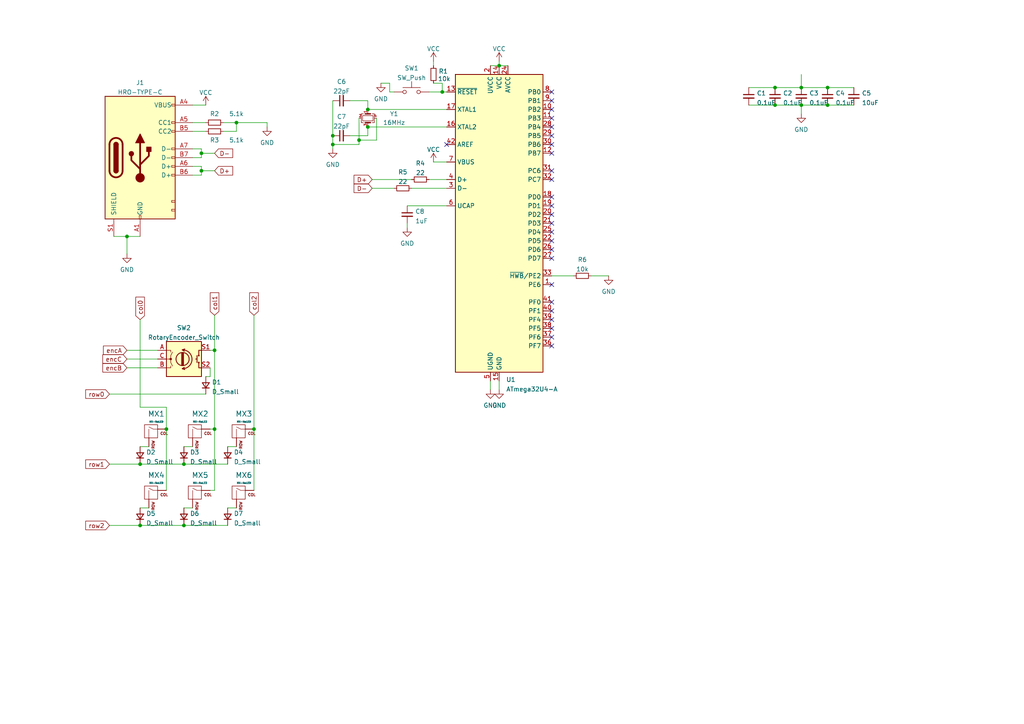
<source format=kicad_sch>
(kicad_sch (version 20211123) (generator eeschema)
  (paper "A4")
  (lib_symbols
    (symbol "Device:C_Small" (pin_numbers hide) (pin_names (offset 0.254) hide)
      (property "Reference" "C" (at 0.254 1.778 0))
      (property "Value" "C_Small" (at 0.254 -2.032 0))
      (symbol "C_Small_0_1"
        (polyline (pts (xy -1.524 -0.508) (xy 1.524 -0.508)) (stroke (width 0.3302)))
        (polyline (pts (xy -1.524 0.508) (xy 1.524 0.508)) (stroke (width 0.3048)))
      )
      (symbol "C_Small_1_1"
        (pin passive line (at 0 2.54 270) (length 2.032) (name "~") (number "1"))
        (pin passive line (at 0 -2.54 90) (length 2.032) (name "~") (number "2"))
      )
    )
    (symbol "Device:Crystal_GND24_Small" (pin_names (offset 1.016) hide)
      (property "Reference" "Y" (at 1.27 4.445 0))
      (property "Value" "Crystal_GND24_Small" (at 1.27 2.54 0))
      (symbol "Crystal_GND24_Small_0_1"
        (rectangle (start -0.762 -1.524) (end 0.762 1.524))
        (polyline (pts (xy -1.27 -0.762) (xy -1.27 0.762)) (stroke (width 0.381)))
        (polyline (pts (xy 1.27 -0.762) (xy 1.27 0.762)) (stroke (width 0.381)))
        (polyline (pts (xy -1.27 -1.27) (xy -1.27 -1.905) (xy 1.27 -1.905) (xy 1.27 -1.27)))
        (polyline (pts (xy -1.27 1.27) (xy -1.27 1.905) (xy 1.27 1.905) (xy 1.27 1.27)))
      )
      (symbol "Crystal_GND24_Small_1_1"
        (pin passive line (at -2.54 0 0) (length 1.27) (name "1") (number "1"))
        (pin passive line (at 0 -2.54 90) (length 0.635) (name "2") (number "2"))
        (pin passive line (at 2.54 0 180) (length 1.27) (name "3") (number "3"))
        (pin passive line (at 0 2.54 270) (length 0.635) (name "4") (number "4"))
      )
    )
    (symbol "Device:D_Small" (pin_numbers hide) (pin_names (offset 0.254) hide)
      (property "Reference" "D" (at -1.27 2.032 0))
      (property "Value" "D_Small" (at -3.81 -2.032 0))
      (symbol "D_Small_0_1"
        (polyline (pts (xy -0.762 -1.016) (xy -0.762 1.016)) (stroke (width 0.254)))
        (polyline (pts (xy -0.762 0) (xy 0.762 0)))
        (polyline (pts (xy 0.762 -1.016) (xy -0.762 0) (xy 0.762 1.016) (xy 0.762 -1.016)) (stroke (width 0.254)))
      )
      (symbol "D_Small_1_1"
        (pin passive line (at -2.54 0 0) (length 1.778) (name "K") (number "1"))
        (pin passive line (at 2.54 0 180) (length 1.778) (name "A") (number "2"))
      )
    )
    (symbol "Device:R_Small" (pin_numbers hide) (pin_names (offset 0.254) hide)
      (property "Reference" "R" (at 0.762 0.508 0))
      (property "Value" "R_Small" (at 0.762 -1.016 0))
      (symbol "R_Small_0_1"
        (rectangle (start -0.762 1.778) (end 0.762 -1.778) (stroke (width 0.2032)))
      )
      (symbol "R_Small_1_1"
        (pin passive line (at 0 2.54 270) (length 0.762) (name "~") (number "1"))
        (pin passive line (at 0 -2.54 90) (length 0.762) (name "~") (number "2"))
      )
    )
    (symbol "Device:RotaryEncoder_Switch" (pin_names (offset 0.254) hide)
      (property "Reference" "SW" (at 0 6.604 0))
      (property "Value" "RotaryEncoder_Switch" (at 0 -6.604 0))
      (symbol "RotaryEncoder_Switch_0_1"
        (rectangle (start -5.08 5.08) (end 5.08 -5.08) (stroke (width 0.254)) (fill (type background)))
        (circle (center -3.81 0) (radius 0.254) (fill (type outline)))
        (arc (start -0.381 -2.794) (mid 2.3622 -0.0635) (end -0.381 2.667) (stroke (width 0.254)))
        (circle (center -0.381 0) (radius 1.905) (stroke (width 0.254)))
        (polyline (pts (xy -0.635 -1.778) (xy -0.635 1.778)) (stroke (width 0.254)))
        (polyline (pts (xy -0.381 -1.778) (xy -0.381 1.778)) (stroke (width 0.254)))
        (polyline (pts (xy -0.127 1.778) (xy -0.127 -1.778)) (stroke (width 0.254)))
        (polyline (pts (xy 3.81 0) (xy 3.429 0)) (stroke (width 0.254)))
        (polyline (pts (xy 3.81 1.016) (xy 3.81 -1.016)) (stroke (width 0.254)))
        (polyline (pts (xy -5.08 -2.54) (xy -3.81 -2.54) (xy -3.81 -2.032)))
        (polyline (pts (xy -5.08 2.54) (xy -3.81 2.54) (xy -3.81 2.032)))
        (polyline (pts (xy 0.254 -3.048) (xy -0.508 -2.794) (xy 0.127 -2.413)) (stroke (width 0.254)))
        (polyline (pts (xy 0.254 2.921) (xy -0.508 2.667) (xy 0.127 2.286)) (stroke (width 0.254)))
        (polyline (pts (xy 5.08 -2.54) (xy 4.318 -2.54) (xy 4.318 -1.016)) (stroke (width 0.254)))
        (polyline (pts (xy 5.08 2.54) (xy 4.318 2.54) (xy 4.318 1.016)) (stroke (width 0.254)))
        (polyline (pts (xy -5.08 0) (xy -3.81 0) (xy -3.81 -1.016) (xy -3.302 -2.032)))
        (polyline (pts (xy -4.318 0) (xy -3.81 0) (xy -3.81 1.016) (xy -3.302 2.032)))
        (circle (center 4.318 -1.016) (radius 0.127) (stroke (width 0.254)))
        (circle (center 4.318 1.016) (radius 0.127) (stroke (width 0.254)))
      )
      (symbol "RotaryEncoder_Switch_1_1"
        (pin passive line (at -7.62 2.54 0) (length 2.54) (name "A") (number "A"))
        (pin passive line (at -7.62 -2.54 0) (length 2.54) (name "B") (number "B"))
        (pin passive line (at -7.62 0 0) (length 2.54) (name "C") (number "C"))
        (pin passive line (at 7.62 2.54 180) (length 2.54) (name "S1") (number "S1"))
        (pin passive line (at 7.62 -2.54 180) (length 2.54) (name "S2") (number "S2"))
      )
    )
    (symbol "MCU_Microchip_ATmega:ATmega32U4-A"
      (property "Reference" "U" (at -12.7 44.45 0))
      (property "Value" "ATmega32U4-A" (at 2.54 -44.45 0))
      (symbol "ATmega32U4-A_0_1"
        (rectangle (start -12.7 -43.18) (end 12.7 43.18) (stroke (width 0.254)) (fill (type background)))
      )
      (symbol "ATmega32U4-A_1_1"
        (pin bidirectional line (at 15.24 -17.78 180) (length 2.54) (name "PE6") (number "1"))
        (pin bidirectional line (at 15.24 33.02 180) (length 2.54) (name "PB2") (number "10"))
        (pin bidirectional line (at 15.24 30.48 180) (length 2.54) (name "PB3") (number "11"))
        (pin bidirectional line (at 15.24 20.32 180) (length 2.54) (name "PB7") (number "12"))
        (pin input line (at -15.24 38.1 0) (length 2.54) (name "~{RESET}") (number "13"))
        (pin power_in line (at 0 45.72 270) (length 2.54) (name "VCC") (number "14"))
        (pin power_in line (at 0 -45.72 90) (length 2.54) (name "GND") (number "15"))
        (pin output line (at -15.24 27.94 0) (length 2.54) (name "XTAL2") (number "16"))
        (pin input line (at -15.24 33.02 0) (length 2.54) (name "XTAL1") (number "17"))
        (pin bidirectional line (at 15.24 7.62 180) (length 2.54) (name "PD0") (number "18"))
        (pin bidirectional line (at 15.24 5.08 180) (length 2.54) (name "PD1") (number "19"))
        (pin power_in line (at -2.54 45.72 270) (length 2.54) (name "UVCC") (number "2"))
        (pin bidirectional line (at 15.24 2.54 180) (length 2.54) (name "PD2") (number "20"))
        (pin bidirectional line (at 15.24 0 180) (length 2.54) (name "PD3") (number "21"))
        (pin bidirectional line (at 15.24 -5.08 180) (length 2.54) (name "PD5") (number "22"))
        (pin passive line (at 0 -45.72 90) (length 2.54) hide (name "GND") (number "23"))
        (pin power_in line (at 2.54 45.72 270) (length 2.54) (name "AVCC") (number "24"))
        (pin bidirectional line (at 15.24 -2.54 180) (length 2.54) (name "PD4") (number "25"))
        (pin bidirectional line (at 15.24 -7.62 180) (length 2.54) (name "PD6") (number "26"))
        (pin bidirectional line (at 15.24 -10.16 180) (length 2.54) (name "PD7") (number "27"))
        (pin bidirectional line (at 15.24 27.94 180) (length 2.54) (name "PB4") (number "28"))
        (pin bidirectional line (at 15.24 25.4 180) (length 2.54) (name "PB5") (number "29"))
        (pin bidirectional line (at -15.24 10.16 0) (length 2.54) (name "D-") (number "3"))
        (pin bidirectional line (at 15.24 22.86 180) (length 2.54) (name "PB6") (number "30"))
        (pin bidirectional line (at 15.24 15.24 180) (length 2.54) (name "PC6") (number "31"))
        (pin bidirectional line (at 15.24 12.7 180) (length 2.54) (name "PC7") (number "32"))
        (pin bidirectional line (at 15.24 -15.24 180) (length 2.54) (name "~{HWB}/PE2") (number "33"))
        (pin passive line (at 0 45.72 270) (length 2.54) hide (name "VCC") (number "34"))
        (pin passive line (at 0 -45.72 90) (length 2.54) hide (name "GND") (number "35"))
        (pin bidirectional line (at 15.24 -35.56 180) (length 2.54) (name "PF7") (number "36"))
        (pin bidirectional line (at 15.24 -33.02 180) (length 2.54) (name "PF6") (number "37"))
        (pin bidirectional line (at 15.24 -30.48 180) (length 2.54) (name "PF5") (number "38"))
        (pin bidirectional line (at 15.24 -27.94 180) (length 2.54) (name "PF4") (number "39"))
        (pin bidirectional line (at -15.24 12.7 0) (length 2.54) (name "D+") (number "4"))
        (pin bidirectional line (at 15.24 -25.4 180) (length 2.54) (name "PF1") (number "40"))
        (pin bidirectional line (at 15.24 -22.86 180) (length 2.54) (name "PF0") (number "41"))
        (pin passive line (at -15.24 22.86 0) (length 2.54) (name "AREF") (number "42"))
        (pin passive line (at 0 -45.72 90) (length 2.54) hide (name "GND") (number "43"))
        (pin passive line (at 2.54 45.72 270) (length 2.54) hide (name "AVCC") (number "44"))
        (pin passive line (at -2.54 -45.72 90) (length 2.54) (name "UGND") (number "5"))
        (pin passive line (at -15.24 5.08 0) (length 2.54) (name "UCAP") (number "6"))
        (pin input line (at -15.24 17.78 0) (length 2.54) (name "VBUS") (number "7"))
        (pin bidirectional line (at 15.24 38.1 180) (length 2.54) (name "PB0") (number "8"))
        (pin bidirectional line (at 15.24 35.56 180) (length 2.54) (name "PB1") (number "9"))
      )
    )
    (symbol "MX_Alps_Hybrid:MX-NoLED" (pin_names (offset 1.016))
      (property "Reference" "MX" (at -0.635 3.81 0))
      (property "Value" "MX-NoLED" (at -0.635 1.27 0))
      (symbol "MX-NoLED_0_0"
        (rectangle (start -2.54 2.54) (end 1.27 -1.27))
        (polyline (pts (xy -1.27 -1.27) (xy -1.27 1.27)) (stroke (width 0.127)))
        (polyline (pts (xy 1.27 1.27) (xy 0 1.27) (xy -1.27 1.905)) (stroke (width 0.127)))
        (text "COL" (at 3.175 0 0) (effects (font (size 0.762 0.762))))
        (text "ROW" (at 0 -1.905 900) (effects (font (size 0.762 0.762)) (justify right)))
      )
      (symbol "MX-NoLED_1_1"
        (pin passive line (at 3.81 1.27 180) (length 2.54) (name "COL") (number "1"))
        (pin passive line (at -1.27 -3.81 90) (length 2.54) (name "ROW") (number "2"))
      )
    )
    (symbol "Switch:SW_Push" (pin_numbers hide) (pin_names (offset 1.016) hide)
      (property "Reference" "SW" (at 1.27 2.54 0))
      (property "Value" "SW_Push" (at 0 -1.524 0))
      (symbol "SW_Push_0_1"
        (circle (center -2.032 0) (radius 0.508))
        (polyline (pts (xy 0 1.27) (xy 0 3.048)))
        (polyline (pts (xy 2.54 1.27) (xy -2.54 1.27)))
        (circle (center 2.032 0) (radius 0.508))
        (pin passive line (at -5.08 0 0) (length 2.54) (name "1") (number "1"))
        (pin passive line (at 5.08 0 180) (length 2.54) (name "2") (number "2"))
      )
    )
    (symbol "power:GND" (power) (pin_names (offset 0))
      (property "Value" "GND" (at 0 -3.81 0))
      (symbol "GND_0_1"
        (polyline (pts (xy 0 0) (xy 0 -1.27) (xy 1.27 -1.27) (xy 0 -2.54) (xy -1.27 -1.27) (xy 0 -1.27)))
      )
      (symbol "GND_1_1"
        (pin power_in line (at 0 0 270) (length 0) hide (name "GND") (number "1"))
      )
    )
    (symbol "power:VCC" (power) (pin_names (offset 0))
      (property "Value" "VCC" (at 0 3.81 0))
      (symbol "VCC_0_1"
        (polyline (pts (xy -0.762 1.27) (xy 0 2.54)))
        (polyline (pts (xy 0 0) (xy 0 2.54)))
        (polyline (pts (xy 0 2.54) (xy 0.762 1.27)))
      )
      (symbol "VCC_1_1"
        (pin power_in line (at 0 0 90) (length 0) hide (name "VCC") (number "1"))
      )
    )
    (symbol "reversible-kicad-symbols:HRO-TYPE-C-31-M-12-HandSoldering-NoSBU" (pin_names (offset 1.016))
      (property "Reference" "J" (at -10.16 19.05 0))
      (property "Value" "HRO-TYPE-C-31-M-12-HandSoldering-NoSBU" (at 19.05 19.05 0))
      (symbol "HRO-TYPE-C-31-M-12-HandSoldering-NoSBU_0_0"
        (rectangle (start -0.254 -17.78) (end 0.254 -16.764))
        (rectangle (start 10.16 -14.986) (end 9.144 -15.494))
        (rectangle (start 10.16 -12.446) (end 9.144 -12.954))
        (rectangle (start 10.16 -4.826) (end 9.144 -5.334))
        (rectangle (start 10.16 -2.286) (end 9.144 -2.794))
        (rectangle (start 10.16 0.254) (end 9.144 -0.254))
        (rectangle (start 10.16 2.794) (end 9.144 2.286))
        (rectangle (start 10.16 7.874) (end 9.144 7.366))
        (rectangle (start 10.16 10.414) (end 9.144 9.906))
        (rectangle (start 10.16 15.494) (end 9.144 14.986))
      )
      (symbol "HRO-TYPE-C-31-M-12-HandSoldering-NoSBU_0_1"
        (rectangle (start -10.16 17.78) (end 10.16 -17.78) (stroke (width 0.254)) (fill (type background)))
        (arc (start -8.89 -3.81) (mid -6.985 -5.715) (end -5.08 -3.81) (stroke (width 0.508)))
        (arc (start -7.62 -3.81) (mid -6.985 -4.445) (end -6.35 -3.81) (stroke (width 0.254)))
        (arc (start -7.62 -3.81) (mid -6.985 -4.445) (end -6.35 -3.81) (stroke (width 0.254)) (fill (type outline)))
        (rectangle (start -7.62 -3.81) (end -6.35 3.81) (stroke (width 0.254)) (fill (type outline)))
        (arc (start -6.35 3.81) (mid -6.985 4.445) (end -7.62 3.81) (stroke (width 0.254)))
        (arc (start -6.35 3.81) (mid -6.985 4.445) (end -7.62 3.81) (stroke (width 0.254)) (fill (type outline)))
        (arc (start -5.08 3.81) (mid -6.985 5.715) (end -8.89 3.81) (stroke (width 0.508)))
        (circle (center -2.54 1.143) (radius 0.635) (stroke (width 0.254)) (fill (type outline)))
        (circle (center 0 -5.842) (radius 1.27) (fill (type outline)))
        (polyline (pts (xy -8.89 -3.81) (xy -8.89 3.81)) (stroke (width 0.508)))
        (polyline (pts (xy -5.08 3.81) (xy -5.08 -3.81)) (stroke (width 0.508)))
        (polyline (pts (xy 0 -5.842) (xy 0 4.318)) (stroke (width 0.508)))
        (polyline (pts (xy 0 -3.302) (xy -2.54 -0.762) (xy -2.54 0.508)) (stroke (width 0.508)))
        (polyline (pts (xy 0 -2.032) (xy 2.54 0.508) (xy 2.54 1.778)) (stroke (width 0.508)))
        (polyline (pts (xy -1.27 4.318) (xy 0 6.858) (xy 1.27 4.318) (xy -1.27 4.318)) (stroke (width 0.254)) (fill (type outline)))
        (rectangle (start 1.905 1.778) (end 3.175 3.048) (stroke (width 0.254)) (fill (type outline)))
      )
      (symbol "HRO-TYPE-C-31-M-12-HandSoldering-NoSBU_1_1"
        (pin power_in line (at 0 -22.86 90) (length 5.08) (name "GND") (number "A1"))
        (pin power_in line (at 15.24 15.24 180) (length 5.08) (name "VBUS") (number "A4"))
        (pin bidirectional line (at 15.24 10.16 180) (length 5.08) (name "CC1") (number "A5"))
        (pin bidirectional line (at 15.24 -2.54 180) (length 5.08) (name "D+") (number "A6"))
        (pin bidirectional line (at 15.24 2.54 180) (length 5.08) (name "D-") (number "A7"))
        (pin passive line (at 0 -22.86 90) (length 5.08) hide (name "GND") (number "B1"))
        (pin passive line (at 15.24 15.24 180) (length 5.08) hide (name "VBUS") (number "B4"))
        (pin bidirectional line (at 15.24 7.62 180) (length 5.08) (name "CC2") (number "B5"))
        (pin bidirectional line (at 15.24 -5.08 180) (length 5.08) (name "D+") (number "B6"))
        (pin bidirectional line (at 15.24 0 180) (length 5.08) (name "D-") (number "B7"))
        (pin passive line (at -7.62 -22.86 90) (length 5.08) (name "SHIELD") (number "S1"))
      )
    )
  )
  (junction (at 58.42 49.53))
  (junction (at 68.58 35.56))
  (junction (at 106.68 36.83))
  (junction (at 240.03 30.48))
  (junction (at 232.41 30.48))
  (junction (at 53.34 134.62))
  (junction (at 104.14 40.64))
  (junction (at 224.79 30.48))
  (junction (at 224.79 25.4))
  (junction (at 40.64 134.62))
  (junction (at 232.41 25.4))
  (junction (at 53.34 152.4))
  (junction (at 128.27 26.67))
  (junction (at 96.52 39.37))
  (junction (at 240.03 25.4))
  (junction (at 106.68 31.75))
  (junction (at 48.26 124.46))
  (junction (at 62.23 101.6))
  (junction (at 96.52 41.91))
  (junction (at 73.66 124.46))
  (junction (at 58.42 44.45))
  (junction (at 40.64 152.4))
  (junction (at 62.23 124.46))
  (junction (at 36.83 68.58))
  (junction (at 144.78 19.05))
  (no_connect (at 129.54 41.91))
  (no_connect (at 160.02 100.33))
  (no_connect (at 160.02 97.79))
  (no_connect (at 160.02 74.93))
  (no_connect (at 160.02 72.39))
  (no_connect (at 160.02 69.85))
  (no_connect (at 160.02 67.31))
  (no_connect (at 160.02 64.77))
  (no_connect (at 160.02 95.25))
  (no_connect (at 160.02 92.71))
  (no_connect (at 160.02 90.17))
  (no_connect (at 160.02 87.63))
  (no_connect (at 160.02 82.55))
  (no_connect (at 160.02 62.23))
  (no_connect (at 160.02 59.69))
  (no_connect (at 160.02 57.15))
  (no_connect (at 160.02 52.07))
  (no_connect (at 160.02 49.53))
  (no_connect (at 160.02 44.45))
  (no_connect (at 160.02 41.91))
  (no_connect (at 160.02 39.37))
  (no_connect (at 160.02 36.83))
  (no_connect (at 160.02 34.29))
  (no_connect (at 160.02 31.75))
  (no_connect (at 160.02 29.21))
  (no_connect (at 160.02 26.67))
  (wire (pts (xy 73.66 124.46) (xy 73.66 142.24)))
  (wire (pts (xy 125.73 46.99) (xy 129.54 46.99)))
  (wire (pts (xy 36.83 68.58) (xy 36.83 73.66)))
  (wire (pts (xy 142.24 113.03) (xy 142.24 110.49)))
  (wire (pts (xy 113.03 24.13) (xy 110.49 24.13)))
  (wire (pts (xy 58.42 45.72) (xy 55.88 45.72)))
  (wire (pts (xy 33.02 68.58) (xy 36.83 68.58)))
  (wire (pts (xy 40.64 118.11) (xy 40.64 92.71)))
  (wire (pts (xy 62.23 101.6) (xy 62.23 124.46)))
  (wire (pts (xy 60.96 106.68) (xy 60.96 109.22)))
  (wire (pts (xy 58.42 48.26) (xy 58.42 49.53)))
  (wire (pts (xy 64.77 38.1) (xy 68.58 38.1)))
  (wire (pts (xy 58.42 44.45) (xy 58.42 45.72)))
  (wire (pts (xy 36.83 101.6) (xy 45.72 101.6)))
  (wire (pts (xy 125.73 24.13) (xy 128.27 24.13)))
  (wire (pts (xy 232.41 30.48) (xy 232.41 33.02)))
  (wire (pts (xy 58.42 49.53) (xy 58.42 50.8)))
  (wire (pts (xy 217.17 25.4) (xy 224.79 25.4)))
  (wire (pts (xy 144.78 19.05) (xy 147.32 19.05)))
  (wire (pts (xy 31.75 134.62) (xy 40.64 134.62)))
  (wire (pts (xy 106.68 36.83) (xy 106.68 39.37)))
  (wire (pts (xy 104.14 34.29) (xy 104.14 40.64)))
  (wire (pts (xy 109.22 34.29) (xy 109.22 40.64)))
  (wire (pts (xy 107.95 54.61) (xy 114.3 54.61)))
  (wire (pts (xy 144.78 110.49) (xy 144.78 113.03)))
  (wire (pts (xy 40.64 152.4) (xy 53.34 152.4)))
  (wire (pts (xy 106.68 36.83) (xy 129.54 36.83)))
  (wire (pts (xy 128.27 26.67) (xy 129.54 26.67)))
  (wire (pts (xy 101.6 29.21) (xy 106.68 29.21)))
  (wire (pts (xy 240.03 25.4) (xy 247.65 25.4)))
  (wire (pts (xy 62.23 124.46) (xy 60.96 124.46)))
  (wire (pts (xy 232.41 25.4) (xy 240.03 25.4)))
  (wire (pts (xy 106.68 39.37) (xy 101.6 39.37)))
  (wire (pts (xy 48.26 124.46) (xy 48.26 118.11)))
  (wire (pts (xy 40.64 147.32) (xy 43.18 147.32)))
  (wire (pts (xy 142.24 19.05) (xy 144.78 19.05)))
  (wire (pts (xy 118.11 59.69) (xy 129.54 59.69)))
  (wire (pts (xy 60.96 101.6) (xy 62.23 101.6)))
  (wire (pts (xy 55.88 48.26) (xy 58.42 48.26)))
  (wire (pts (xy 60.96 142.24) (xy 62.23 142.24)))
  (wire (pts (xy 106.68 29.21) (xy 106.68 31.75)))
  (wire (pts (xy 58.42 49.53) (xy 62.23 49.53)))
  (wire (pts (xy 118.11 64.77) (xy 118.11 66.04)))
  (wire (pts (xy 232.41 21.59) (xy 232.41 25.4)))
  (wire (pts (xy 224.79 25.4) (xy 232.41 25.4)))
  (wire (pts (xy 53.34 134.62) (xy 66.04 134.62)))
  (wire (pts (xy 31.75 114.3) (xy 59.69 114.3)))
  (wire (pts (xy 107.95 52.07) (xy 119.38 52.07)))
  (wire (pts (xy 171.45 80.01) (xy 176.53 80.01)))
  (wire (pts (xy 125.73 17.78) (xy 125.73 19.05)))
  (wire (pts (xy 53.34 129.54) (xy 55.88 129.54)))
  (wire (pts (xy 68.58 35.56) (xy 77.47 35.56)))
  (wire (pts (xy 113.03 26.67) (xy 114.3 26.67)))
  (wire (pts (xy 96.52 29.21) (xy 96.52 39.37)))
  (wire (pts (xy 58.42 44.45) (xy 62.23 44.45)))
  (wire (pts (xy 58.42 50.8) (xy 55.88 50.8)))
  (wire (pts (xy 53.34 152.4) (xy 66.04 152.4)))
  (wire (pts (xy 106.68 31.75) (xy 129.54 31.75)))
  (wire (pts (xy 66.04 147.32) (xy 68.58 147.32)))
  (wire (pts (xy 104.14 40.64) (xy 104.14 41.91)))
  (wire (pts (xy 55.88 43.18) (xy 58.42 43.18)))
  (wire (pts (xy 36.83 106.68) (xy 45.72 106.68)))
  (wire (pts (xy 73.66 91.44) (xy 73.66 124.46)))
  (wire (pts (xy 53.34 147.32) (xy 55.88 147.32)))
  (wire (pts (xy 144.78 17.78) (xy 144.78 19.05)))
  (wire (pts (xy 217.17 30.48) (xy 224.79 30.48)))
  (wire (pts (xy 55.88 35.56) (xy 59.69 35.56)))
  (wire (pts (xy 96.52 39.37) (xy 96.52 41.91)))
  (wire (pts (xy 77.47 35.56) (xy 77.47 36.83)))
  (wire (pts (xy 124.46 26.67) (xy 128.27 26.67)))
  (wire (pts (xy 36.83 68.58) (xy 40.64 68.58)))
  (wire (pts (xy 119.38 54.61) (xy 129.54 54.61)))
  (wire (pts (xy 36.83 104.14) (xy 45.72 104.14)))
  (wire (pts (xy 104.14 41.91) (xy 96.52 41.91)))
  (wire (pts (xy 58.42 43.18) (xy 58.42 44.45)))
  (wire (pts (xy 55.88 38.1) (xy 59.69 38.1)))
  (wire (pts (xy 48.26 118.11) (xy 40.64 118.11)))
  (wire (pts (xy 62.23 91.44) (xy 62.23 101.6)))
  (wire (pts (xy 40.64 134.62) (xy 53.34 134.62)))
  (wire (pts (xy 31.75 152.4) (xy 40.64 152.4)))
  (wire (pts (xy 66.04 129.54) (xy 68.58 129.54)))
  (wire (pts (xy 55.88 30.48) (xy 59.69 30.48)))
  (wire (pts (xy 60.96 109.22) (xy 59.69 109.22)))
  (wire (pts (xy 109.22 40.64) (xy 104.14 40.64)))
  (wire (pts (xy 64.77 35.56) (xy 68.58 35.56)))
  (wire (pts (xy 128.27 24.13) (xy 128.27 26.67)))
  (wire (pts (xy 62.23 124.46) (xy 62.23 142.24)))
  (wire (pts (xy 124.46 52.07) (xy 129.54 52.07)))
  (wire (pts (xy 40.64 129.54) (xy 43.18 129.54)))
  (wire (pts (xy 240.03 30.48) (xy 247.65 30.48)))
  (wire (pts (xy 160.02 80.01) (xy 166.37 80.01)))
  (wire (pts (xy 232.41 30.48) (xy 240.03 30.48)))
  (wire (pts (xy 68.58 35.56) (xy 68.58 38.1)))
  (wire (pts (xy 113.03 26.67) (xy 113.03 24.13)))
  (wire (pts (xy 48.26 124.46) (xy 48.26 142.24)))
  (wire (pts (xy 224.79 30.48) (xy 232.41 30.48)))
  (wire (pts (xy 96.52 41.91) (xy 96.52 43.18)))
  (global_label "row2" (shape input) (at 31.75 152.4 180) (property "Intersheet References" "${INTERSHEET_REFS}" (effects hide)))
  (global_label "encB" (shape input) (at 36.83 106.68 180) (property "Intersheet References" "${INTERSHEET_REFS}" (effects hide)))
  (global_label "col0" (shape input) (at 40.64 92.71 90) (property "Intersheet References" "${INTERSHEET_REFS}" (effects hide)))
  (global_label "D-" (shape input) (at 62.23 44.45 0) (property "Intersheet References" "${INTERSHEET_REFS}" (effects hide)))
  (global_label "D+" (shape input) (at 107.95 52.07 180) (property "Intersheet References" "${INTERSHEET_REFS}" (effects hide)))
  (global_label "col2" (shape input) (at 73.66 91.44 90) (property "Intersheet References" "${INTERSHEET_REFS}" (effects hide)))
  (global_label "row1" (shape input) (at 31.75 134.62 180) (property "Intersheet References" "${INTERSHEET_REFS}" (effects hide)))
  (global_label "D+" (shape input) (at 62.23 49.53 0) (property "Intersheet References" "${INTERSHEET_REFS}" (effects hide)))
  (global_label "D-" (shape input) (at 107.95 54.61 180) (property "Intersheet References" "${INTERSHEET_REFS}" (effects hide)))
  (global_label "encA" (shape input) (at 36.83 101.6 180) (property "Intersheet References" "${INTERSHEET_REFS}" (effects hide)))
  (global_label "row0" (shape input) (at 31.75 114.3 180) (property "Intersheet References" "${INTERSHEET_REFS}" (effects hide)))
  (global_label "encC" (shape input) (at 36.83 104.14 180) (property "Intersheet References" "${INTERSHEET_REFS}" (effects hide)))
  (global_label "col1" (shape input) (at 62.23 91.44 90) (property "Intersheet References" "${INTERSHEET_REFS}" (effects hide)))
  (symbol (lib_id "power:VCC") (at 144.78 17.78 0) (unit 1)
    (property "Reference" "#PWR02" (effects hide))
    (property "Value" "VCC" (at 144.78 14.1755 0))
  )
  (symbol (lib_id "power:GND") (at 36.83 73.66 0) (unit 1)
    (property "Reference" "#PWR010" (effects hide))
    (property "Value" "GND" (at 36.83 78.2225 0))
  )
  (symbol (lib_id "MX_Alps_Hybrid:MX-NoLED") (at 44.45 125.73 0) (unit 1)
    (property "Reference" "MX1" (at 45.3356 120.0365 0) (effects (font (size 1.524 1.524))))
    (property "Value" "MX-NoLED" (at 45.3356 122.3071 0) (effects (font (size 0.508 0.508))))
    (property "Footprint" "MX_Only:MXOnly-1U-Hotswap" (effects hide))
  )
  (symbol (lib_id "Device:D_Small") (at 53.34 132.08 90) (unit 1)
    (property "Reference" "D3" (at 55.118 131.1715 90) (effects (justify right)))
    (property "Value" "D_Small" (at 55.118 133.9466 90) (effects (justify right)))
    (property "Footprint" "reversible-kicad-footprints:D_SOD-123" (effects hide))
  )
  (symbol (lib_id "MX_Alps_Hybrid:MX-NoLED") (at 57.15 143.51 0) (unit 1)
    (property "Reference" "MX5" (at 58.0356 137.8165 0) (effects (font (size 1.524 1.524))))
    (property "Value" "MX-NoLED" (at 58.0356 140.0871 0) (effects (font (size 0.508 0.508))))
    (property "Footprint" "MX_Only:MXOnly-1U-Hotswap" (effects hide))
  )
  (symbol (lib_id "Device:R_Small") (at 62.23 35.56 270) (unit 1)
    (property "Reference" "R2" (at 62.23 33.02 90))
    (property "Value" "5.1k" (at 68.58 33.02 90))
    (property "Footprint" "Resistor_SMD:R_0805_2012Metric_Pad1.20x1.40mm_HandSolder" (effects hide))
  )
  (symbol (lib_id "Device:R_Small") (at 168.91 80.01 90) (unit 1)
    (property "Reference" "R6" (at 168.91 75.3069 90))
    (property "Value" "10k" (at 168.91 78.082 90))
    (property "Footprint" "Resistor_SMD:R_0805_2012Metric_Pad1.20x1.40mm_HandSolder" (effects hide))
  )
  (symbol (lib_id "Device:D_Small") (at 66.04 132.08 90) (unit 1)
    (property "Reference" "D4" (at 67.818 131.1715 90) (effects (justify right)))
    (property "Value" "D_Small" (at 67.818 133.9466 90) (effects (justify right)))
    (property "Footprint" "reversible-kicad-footprints:D_SOD-123" (effects hide))
  )
  (symbol (lib_id "power:VCC") (at 125.73 46.99 0) (unit 1)
    (property "Reference" "#PWR08" (effects hide))
    (property "Value" "VCC" (at 125.73 43.3855 0))
  )
  (symbol (lib_id "power:VCC") (at 59.69 30.48 0) (unit 1)
    (property "Reference" "#PWR04" (effects hide))
    (property "Value" "VCC" (at 59.69 26.8755 0))
  )
  (symbol (lib_id "Device:R_Small") (at 62.23 38.1 270) (unit 1)
    (property "Reference" "R3" (at 62.23 40.64 90))
    (property "Value" "5.1k" (at 68.58 40.64 90))
    (property "Footprint" "Resistor_SMD:R_0805_2012Metric_Pad1.20x1.40mm_HandSolder" (effects hide))
  )
  (symbol (lib_id "power:GND") (at 176.53 80.01 0) (unit 1)
    (property "Reference" "#PWR011" (effects hide))
    (property "Value" "GND" (at 176.53 84.5725 0))
  )
  (symbol (lib_id "MX_Alps_Hybrid:MX-NoLED") (at 44.45 143.51 0) (unit 1)
    (property "Reference" "MX4" (at 45.3356 137.8165 0) (effects (font (size 1.524 1.524))))
    (property "Value" "MX-NoLED" (at 45.3356 140.0871 0) (effects (font (size 0.508 0.508))))
    (property "Footprint" "MX_Only:MXOnly-1U-Hotswap" (effects hide))
  )
  (symbol (lib_id "Device:C_Small") (at 99.06 39.37 90) (unit 1)
    (property "Reference" "C7" (at 99.0663 33.8414 90))
    (property "Value" "22pF" (at 99.0663 36.6165 90))
    (property "Footprint" "Capacitor_SMD:C_0805_2012Metric_Pad1.18x1.45mm_HandSolder" (effects hide))
  )
  (symbol (lib_id "Device:C_Small") (at 118.11 62.23 0) (unit 1)
    (property "Reference" "C8" (at 120.4341 61.3278 0) (effects (justify left)))
    (property "Value" "1uF" (at 120.4341 64.1029 0) (effects (justify left)))
    (property "Footprint" "Capacitor_SMD:C_0805_2012Metric_Pad1.18x1.45mm_HandSolder" (effects hide))
  )
  (symbol (lib_id "reversible-kicad-symbols:HRO-TYPE-C-31-M-12-HandSoldering-NoSBU") (at 40.64 45.72 0) (unit 1)
    (property "Reference" "J1" (at 40.64 23.9735 0))
    (property "Value" "HRO-TYPE-C" (at 40.64 26.7486 0))
    (property "Footprint" "reversible-kicad-footprints:HRO-TYPE-C-31-M-12-HandSoldering-NoSBU" (effects hide))
    (property "Datasheet" "https://www.usb.org/sites/default/files/documents/usb_type-c.zip" (effects hide))
  )
  (symbol (lib_id "power:GND") (at 142.24 113.03 0) (unit 1)
    (property "Reference" "#PWR012" (effects hide))
    (property "Value" "GND" (at 142.24 117.5925 0))
  )
  (symbol (lib_id "power:GND") (at 96.52 43.18 0) (unit 1)
    (property "Reference" "#PWR07" (effects hide))
    (property "Value" "GND" (at 96.52 47.7425 0))
  )
  (symbol (lib_id "MX_Alps_Hybrid:MX-NoLED") (at 69.85 125.73 0) (unit 1)
    (property "Reference" "MX3" (at 70.7356 120.0365 0) (effects (font (size 1.524 1.524))))
    (property "Value" "MX-NoLED" (at 70.7356 122.3071 0) (effects (font (size 0.508 0.508))))
    (property "Footprint" "MX_Only:MXOnly-1U-Hotswap" (effects hide))
  )
  (symbol (lib_id "MCU_Microchip_ATmega:ATmega32U4-A") (at 144.78 64.77 0) (unit 1)
    (property "Reference" "U1" (at 146.7994 110.0995 0) (effects (justify left)))
    (property "Value" "ATmega32U4-A" (at 146.7994 112.8746 0) (effects (justify left)))
    (property "Footprint" "Package_QFP:TQFP-44_10x10mm_P0.8mm" (effects hide))
    (property "Datasheet" "http://ww1.microchip.com/downloads/en/DeviceDoc/Atmel-7766-8-bit-AVR-ATmega16U4-32U4_Datasheet.pdf" (effects hide))
  )
  (symbol (lib_id "power:GND") (at 144.78 113.03 0) (unit 1)
    (property "Reference" "#PWR013" (effects hide))
    (property "Value" "GND" (at 144.78 117.5925 0))
  )
  (symbol (lib_id "Device:C_Small") (at 99.06 29.21 90) (unit 1)
    (property "Reference" "C6" (at 99.0663 23.6814 90))
    (property "Value" "22pF" (at 99.0663 26.4565 90))
    (property "Footprint" "Capacitor_SMD:C_0805_2012Metric_Pad1.18x1.45mm_HandSolder" (effects hide))
  )
  (symbol (lib_id "Device:C_Small") (at 240.03 27.94 0) (unit 1)
    (property "Reference" "C4" (at 242.3541 27.0378 0) (effects (justify left)))
    (property "Value" "0.1uF" (at 242.3541 29.8129 0) (effects (justify left)))
    (property "Footprint" "Capacitor_SMD:C_0805_2012Metric_Pad1.18x1.45mm_HandSolder" (effects hide))
  )
  (symbol (lib_id "Device:D_Small") (at 40.64 132.08 90) (unit 1)
    (property "Reference" "D2" (at 42.418 131.1715 90) (effects (justify right)))
    (property "Value" "D_Small" (at 42.418 133.9466 90) (effects (justify right)))
    (property "Footprint" "reversible-kicad-footprints:D_SOD-123" (effects hide))
  )
  (symbol (lib_id "Device:R_Small") (at 116.84 54.61 90) (unit 1)
    (property "Reference" "R5" (at 116.84 49.9069 90))
    (property "Value" "22" (at 116.84 52.682 90))
    (property "Footprint" "Resistor_SMD:R_0805_2012Metric_Pad1.20x1.40mm_HandSolder" (effects hide))
  )
  (symbol (lib_id "Device:D_Small") (at 59.69 111.76 90) (unit 1)
    (property "Reference" "D1" (at 61.468 110.8515 90) (effects (justify right)))
    (property "Value" "D_Small" (at 61.468 113.6266 90) (effects (justify right)))
    (property "Footprint" "reversible-kicad-footprints:D_SOD-123" (effects hide))
  )
  (symbol (lib_id "MX_Alps_Hybrid:MX-NoLED") (at 69.85 143.51 0) (unit 1)
    (property "Reference" "MX6" (at 70.7356 137.8165 0) (effects (font (size 1.524 1.524))))
    (property "Value" "MX-NoLED" (at 70.7356 140.0871 0) (effects (font (size 0.508 0.508))))
    (property "Footprint" "MX_Only:MXOnly-1U-Hotswap" (effects hide))
  )
  (symbol (lib_id "Device:Crystal_GND24_Small") (at 106.68 34.29 270) (unit 1)
    (property "Reference" "Y1" (at 114.3 33.02 90))
    (property "Value" "16MHz" (at 114.3 35.56 90))
    (property "Footprint" "Crystal:Crystal_SMD_3225-4Pin_3.2x2.5mm_HandSoldering" (effects hide))
  )
  (symbol (lib_id "Device:C_Small") (at 217.17 27.94 0) (unit 1)
    (property "Reference" "C1" (at 219.4941 27.0378 0) (effects (justify left)))
    (property "Value" "0.1uF" (at 219.4941 29.8129 0) (effects (justify left)))
    (property "Footprint" "Capacitor_SMD:C_0805_2012Metric_Pad1.18x1.45mm_HandSolder" (effects hide))
  )
  (symbol (lib_id "power:VCC") (at 125.73 17.78 0) (unit 1)
    (property "Reference" "#PWR01" (effects hide))
    (property "Value" "VCC" (at 125.73 14.1755 0))
  )
  (symbol (lib_id "Device:R_Small") (at 125.73 21.59 0) (unit 1)
    (property "Reference" "R1" (at 127.2286 20.6815 0) (effects (justify left)))
    (property "Value" "10k" (at 127 22.86 0) (effects (justify left)))
    (property "Footprint" "Resistor_SMD:R_0805_2012Metric_Pad1.20x1.40mm_HandSolder" (effects hide))
  )
  (symbol (lib_id "power:GND") (at 77.47 36.83 0) (unit 1)
    (property "Reference" "#PWR06" (effects hide))
    (property "Value" "GND" (at 77.47 41.3925 0))
  )
  (symbol (lib_id "Device:D_Small") (at 53.34 149.86 90) (unit 1)
    (property "Reference" "D6" (at 55.118 148.9515 90) (effects (justify right)))
    (property "Value" "D_Small" (at 55.118 151.7266 90) (effects (justify right)))
    (property "Footprint" "reversible-kicad-footprints:D_SOD-123" (effects hide))
  )
  (symbol (lib_id "Device:D_Small") (at 66.04 149.86 90) (unit 1)
    (property "Reference" "D7" (at 67.818 148.9515 90) (effects (justify right)))
    (property "Value" "D_Small" (at 67.818 151.7266 90) (effects (justify right)))
    (property "Footprint" "reversible-kicad-footprints:D_SOD-123" (effects hide))
  )
  (symbol (lib_id "power:GND") (at 232.41 33.02 0) (unit 1)
    (property "Reference" "#PWR05" (effects hide))
    (property "Value" "GND" (at 232.41 37.5825 0))
  )
  (symbol (lib_id "Device:C_Small") (at 232.41 27.94 0) (unit 1)
    (property "Reference" "C3" (at 234.7341 27.0378 0) (effects (justify left)))
    (property "Value" "0.1uF" (at 234.7341 29.8129 0) (effects (justify left)))
    (property "Footprint" "Capacitor_SMD:C_0805_2012Metric_Pad1.18x1.45mm_HandSolder" (effects hide))
  )
  (symbol (lib_id "Device:R_Small") (at 121.92 52.07 90) (unit 1)
    (property "Reference" "R4" (at 121.92 47.3669 90))
    (property "Value" "22" (at 121.92 50.142 90))
    (property "Footprint" "Resistor_SMD:R_0805_2012Metric_Pad1.20x1.40mm_HandSolder" (effects hide))
  )
  (symbol (lib_id "Device:D_Small") (at 40.64 149.86 90) (unit 1)
    (property "Reference" "D5" (at 42.418 148.9515 90) (effects (justify right)))
    (property "Value" "D_Small" (at 42.418 151.7266 90) (effects (justify right)))
    (property "Footprint" "reversible-kicad-footprints:D_SOD-123" (effects hide))
  )
  (symbol (lib_id "power:GND") (at 110.49 24.13 0) (unit 1)
    (property "Reference" "#PWR03" (effects hide))
    (property "Value" "GND" (at 110.49 28.6925 0))
  )
  (symbol (lib_id "Switch:SW_Push") (at 119.38 26.67 0) (unit 1)
    (property "Reference" "SW1" (at 119.38 19.7825 0))
    (property "Value" "SW_Push" (at 119.38 22.5576 0))
    (property "Footprint" "reversible-kicad-footprints:PushButton_4.5mm" (effects hide))
  )
  (symbol (lib_id "power:GND") (at 118.11 66.04 0) (unit 1)
    (property "Reference" "#PWR09" (effects hide))
    (property "Value" "GND" (at 118.11 70.6025 0))
  )
  (symbol (lib_id "Device:C_Small") (at 247.65 27.94 0) (unit 1)
    (property "Reference" "C5" (at 249.9741 27.0378 0) (effects (justify left)))
    (property "Value" "10uF" (at 249.9741 29.8129 0) (effects (justify left)))
    (property "Footprint" "Capacitor_SMD:C_0805_2012Metric_Pad1.18x1.45mm_HandSolder" (effects hide))
  )
  (symbol (lib_id "Device:C_Small") (at 224.79 27.94 0) (unit 1)
    (property "Reference" "C2" (at 227.1141 27.0378 0) (effects (justify left)))
    (property "Value" "0.1uF" (at 227.1141 29.8129 0) (effects (justify left)))
    (property "Footprint" "Capacitor_SMD:C_0805_2012Metric_Pad1.18x1.45mm_HandSolder" (effects hide))
  )
  (symbol (lib_id "Device:RotaryEncoder_Switch") (at 53.34 104.14 0) (unit 1)
    (property "Reference" "SW2" (at 53.34 95.0935 0))
    (property "Value" "RotaryEncoder_Switch" (at 53.34 97.8686 0))
    (property "Footprint" "reversible-kicad-footprints:EC11_Switch" (effects hide))
  )
  (symbol (lib_id "MX_Alps_Hybrid:MX-NoLED") (at 57.15 125.73 0) (unit 1)
    (property "Reference" "MX2" (at 58.0356 120.0365 0) (effects (font (size 1.524 1.524))))
    (property "Value" "MX-NoLED" (at 58.0356 122.3071 0) (effects (font (size 0.508 0.508))))
    (property "Footprint" "MX_Only:MXOnly-1U-Hotswap" (effects hide))
  )
)
</source>
